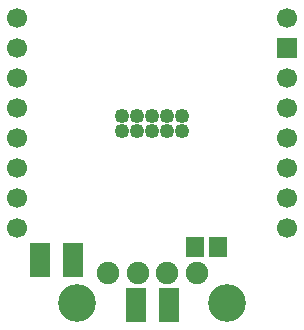
<source format=gbr>
G04 DipTrace 3.2.0.1*
G04 BottomMask.gbr*
%MOMM*%
G04 #@! TF.FileFunction,Soldermask,Bot*
G04 #@! TF.Part,Single*
%ADD28C,1.7*%
%ADD44C,3.2*%
%ADD46C,1.9*%
%ADD47C,1.25*%
%ADD53R,1.7X1.7*%
%ADD58R,1.5X1.7*%
%ADD60R,1.8X2.9*%
%FSLAX35Y35*%
G04*
G71*
G90*
G75*
G01*
G04 BotMask*
%LPD*%
D60*
X1317467Y1557147D3*
X1597467D3*
D58*
X2634953Y1668260D3*
X2824953D3*
D60*
X2409867Y1176187D3*
X2129867D3*
D28*
X3412867Y3604900D3*
D53*
Y3350900D3*
D28*
Y3096900D3*
Y2842900D3*
Y2588900D3*
Y2334900D3*
Y2080900D3*
Y1826900D3*
X1126867D3*
Y2080900D3*
Y2334900D3*
Y2588900D3*
Y2842900D3*
Y3096900D3*
Y3350900D3*
Y3604900D3*
D47*
X2269867Y2652407D3*
X2396867D3*
X2523867D3*
X2142867D3*
X2015867D3*
X2269867Y2779407D3*
X2396867D3*
X2523867D3*
X2142867D3*
X2015867D3*
D46*
X1894867Y1446034D3*
X2144867D3*
X2394867D3*
X2644867D3*
D44*
X1634867Y1192034D3*
X2904867D3*
M02*

</source>
